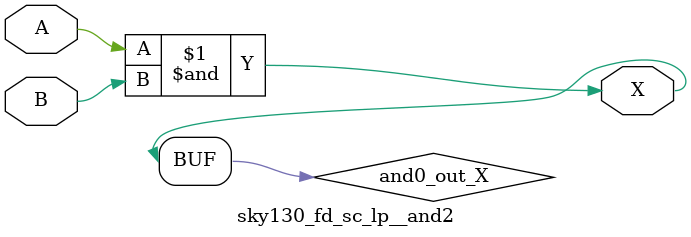
<source format=v>
/*
 * Copyright 2020 The SkyWater PDK Authors
 *
 * Licensed under the Apache License, Version 2.0 (the "License");
 * you may not use this file except in compliance with the License.
 * You may obtain a copy of the License at
 *
 *     https://www.apache.org/licenses/LICENSE-2.0
 *
 * Unless required by applicable law or agreed to in writing, software
 * distributed under the License is distributed on an "AS IS" BASIS,
 * WITHOUT WARRANTIES OR CONDITIONS OF ANY KIND, either express or implied.
 * See the License for the specific language governing permissions and
 * limitations under the License.
 *
 * SPDX-License-Identifier: Apache-2.0
*/


`ifndef SKY130_FD_SC_LP__AND2_FUNCTIONAL_V
`define SKY130_FD_SC_LP__AND2_FUNCTIONAL_V

/**
 * and2: 2-input AND.
 *
 * Verilog simulation functional model.
 */

`timescale 1ns / 1ps
`default_nettype none

`celldefine
module sky130_fd_sc_lp__and2 (
    X,
    A,
    B
);

    // Module ports
    output X;
    input  A;
    input  B;

    // Local signals
    wire and0_out_X;

    //  Name  Output      Other arguments
    and and0 (and0_out_X, A, B           );
    buf buf0 (X         , and0_out_X     );

endmodule
`endcelldefine

`default_nettype wire
`endif  // SKY130_FD_SC_LP__AND2_FUNCTIONAL_V
</source>
